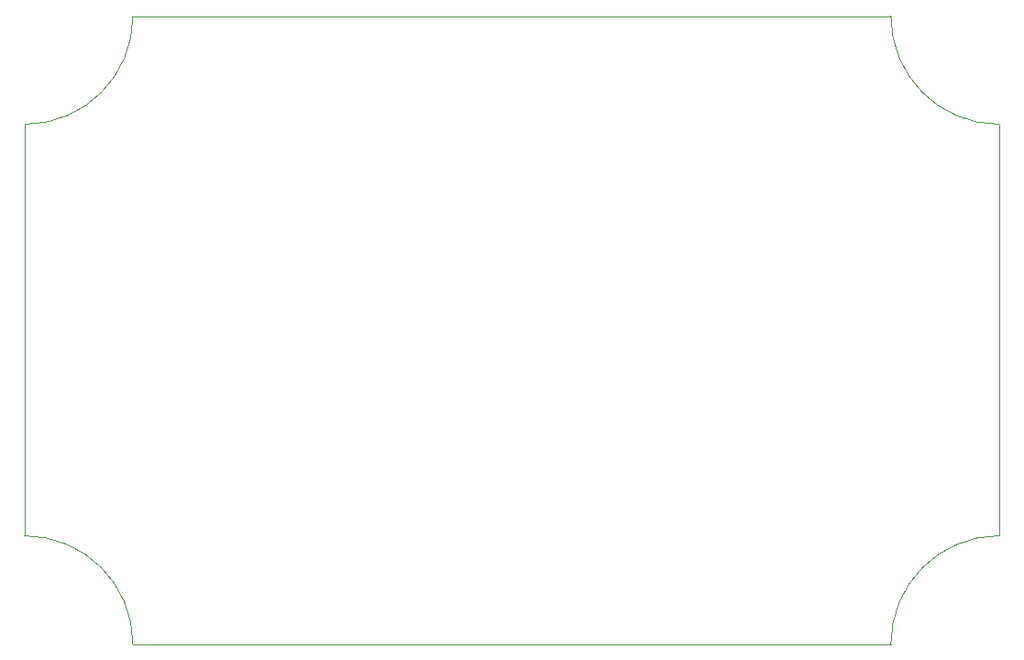
<source format=gbr>
G04 #@! TF.GenerationSoftware,KiCad,Pcbnew,5.1.5+dfsg1-2build2*
G04 #@! TF.CreationDate,2022-02-16T21:01:25-05:00*
G04 #@! TF.ProjectId,MCU_PROTO_100x68mm,4d43555f-5052-44f5-944f-5f3130307836,rev?*
G04 #@! TF.SameCoordinates,Original*
G04 #@! TF.FileFunction,Profile,NP*
%FSLAX46Y46*%
G04 Gerber Fmt 4.6, Leading zero omitted, Abs format (unit mm)*
G04 Created by KiCad (PCBNEW 5.1.5+dfsg1-2build2) date 2022-02-16 21:01:25*
%MOMM*%
%LPD*%
G04 APERTURE LIST*
%ADD10C,0.050000*%
G04 APERTURE END LIST*
D10*
X180000000Y-158000000D02*
G75*
G02X190000000Y-148000000I10000000J0D01*
G01*
X180000000Y-100000000D02*
G75*
G03X190000000Y-110000000I10000000J0D01*
G01*
X100000000Y-148000000D02*
G75*
G02X110000000Y-158000000I0J-10000000D01*
G01*
X100000000Y-110000000D02*
G75*
G03X110000000Y-100000000I0J10000000D01*
G01*
X190000000Y-110000000D02*
X190000000Y-148000000D01*
X100000000Y-110000000D02*
X100000000Y-148000000D01*
X110000000Y-158000000D02*
X180000000Y-158000000D01*
X110000000Y-100000000D02*
X180000000Y-100000000D01*
M02*

</source>
